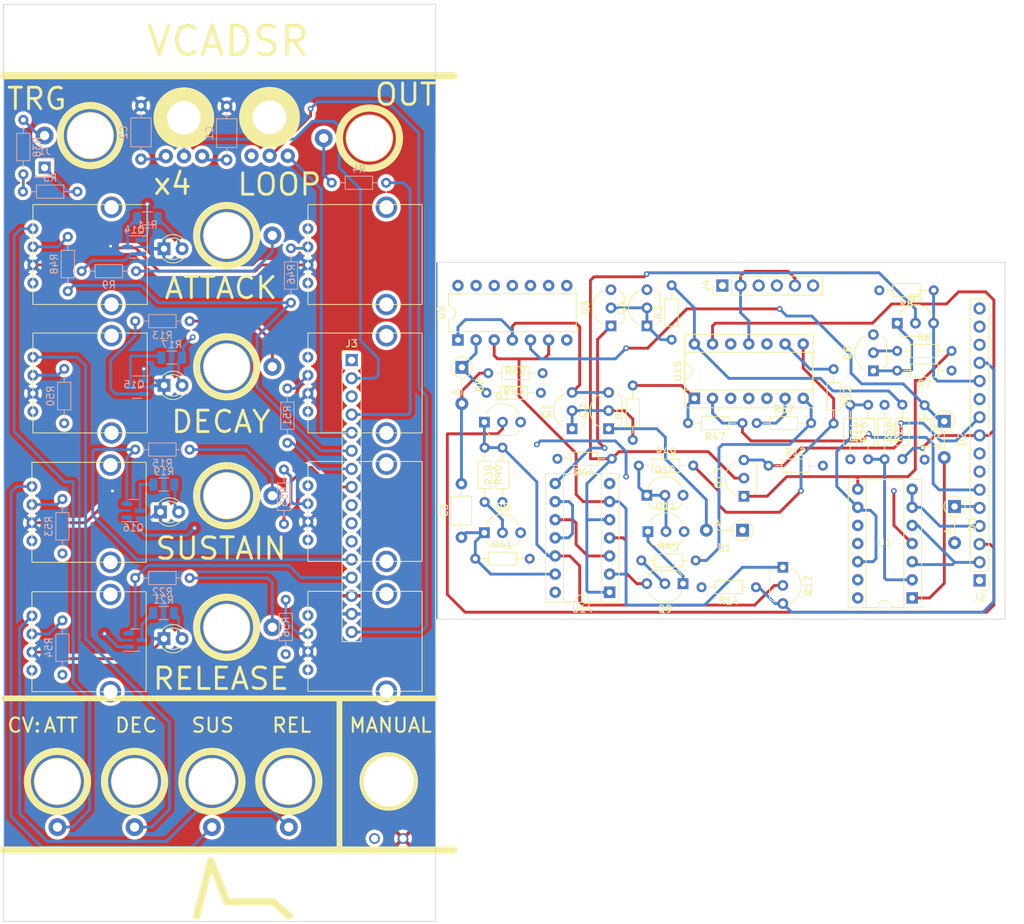
<source format=kicad_pcb>
(kicad_pcb (version 20221018) (generator pcbnew)
  (layers (0 "F.Cu" signal) (1 "In1.Cu" signal) (2 "In2.Cu" signal) (31 "B.Cu" signal) (34 "B.Paste" user) (35 "F.Paste" user) (36 "B.SilkS" user "B.Silkscreen") (37 "F.SilkS" user "F.Silkscreen") (38 "B.Mask" user) (39 "F.Mask" user) (44 "Edge.Cuts" user))
  (net 0 "")
  (net 1 "GND")
  (net 2 "Net-(C1-Pad2)")
  (net 3 "Net-(C2-Pad2)")
  (net 4 "Net-(Q8-C)")
  (net 5 "Net-(D8-A)")
  (net 6 "CAP")
  (net 7 "Net-(D1-A)")
  (net 8 "Net-(D2-K)")
  (net 9 "Net-(D2-A)")
  (net 10 "Net-(D3-A)")
  (net 11 "Net-(Q1-B)")
  (net 12 "Net-(Q14-E)")
  (net 13 "Net-(Q3-C)")
  (net 14 "Net-(Q3-B)")
  (net 15 "Net-(Q5-D)")
  (net 16 "DS_STATUS")
  (net 17 "Net-(D4-A)")
  (net 18 "Net-(Q6-B)")
  (net 19 "Net-(Q12-G)")
  (net 20 "IN")
  (net 21 "Net-(Q8-B)")
  (net 22 "+12V")
  (net 23 "Net-(Q11-C)")
  (net 24 "Net-(Q9-B)")
  (net 25 "Net-(Q9-E)")
  (net 26 "Net-(Q10-B)")
  (net 27 "NQ")
  (net 28 "Net-(Q15-E)")
  (net 29 "DECAY_STATUS")
  (net 30 "Net-(D5-A)")
  (net 31 "VA")
  (net 32 "VR")
  (net 33 "OUT")
  (net 34 "Net-(R4-Pad2)")
  (net 35 "Net-(R38-Pad2)")
  (net 36 "VS")
  (net 37 "Net-(R46-Pad1)")
  (net 38 "LOOP")
  (net 39 "Net-(R48-Pad1)")
  (net 40 "VD")
  (net 41 "Net-(R50-Pad1)")
  (net 42 "VGND1")
  (net 43 "Net-(R51-Pad1)")
  (net 44 "Net-(R53-Pad1)")
  (net 45 "VGND2")
  (net 46 "Net-(R54-Pad1)")
  (net 47 "VGND3")
  (net 48 "Net-(R55-Pad1)")
  (net 49 "Net-(R56-Pad1)")
  (net 50 "Net-(RV6-Pad1)")
  (net 51 "-12V")
  (net 52 "Net-(RV8-Pad1)")
  (net 53 "Net-(RV10-Pad1)")
  (net 54 "Net-(RV12-Pad1)")
  (net 55 "HI")
  (net 56 "Net-(Q16-E)")
  (net 57 "LO")
  (net 58 "Net-(D6-A)")
  (net 60 "Net-(Q17-E)")
  (net 61 "Net-(U14-Pad11)")
  (net 62 "Net-(D7-A)")
  (net 63 "APHS")
  (net 64 "SPHS")
  (net 65 "RPHS")
  (net 66 "DPHS")
  (net 67 "Net-(J1-Pin_1)")
  (net 69 "VGND4")
  (net 70 "Net-(R9-Pad2)")
  (net 71 "Net-(R13-Pad2)")
  (net 72 "Net-(R15-Pad2)")
  (net 73 "Net-(R22-Pad2)")
  (net 80 "S")
  (footprint "Resistor_THT:R_Axial_DIN0204_L3.6mm_D1.6mm_P7.62mm_Horizontal" (layer "F.Cu") (at 200.818724 105.29)
    (fp_text reference "R41")
    (fp_text value "R")
  )
  (footprint "MountingHole:MountingHole_3.2mm_M3" (layer "F.Cu") (at 142.24 30.48)
    (fp_text reference "REF**" hide)
    (fp_text value "MountingHole_3.2mm_M3" hide)
  )
  (footprint "Resistor_THT:R_Axial_DIN0204_L3.6mm_D1.6mm_P7.62mm_Horizontal" (layer "F.Cu") (at 240.23 86.29)
    (fp_text reference "R57")
    (fp_text value "R")
  )
  (footprint "Capacitor_THT:C_Axial_L3.8mm_D2.6mm_P7.50mm_Horizontal" (layer "F.Cu") (at 198.878724 102.29 90)
    (fp_text reference "C3")
    (fp_text value "C")
  )
  (footprint "Package_TO_SOT_THT:TO-92_Inline_Wide" (layer "F.Cu") (at 202.088724 101.65)
    (fp_text reference "Q8")
    (fp_text value "BC557")
  )
  (footprint "Package_TO_SOT_THT:TO-92_Inline_Wide" (layer "F.Cu") (at 214.378724 87.08 90)
    (fp_text reference "Q1")
    (fp_text value "BC557")
  )
  (footprint "Resistor_THT:R_Axial_DIN0204_L3.6mm_D1.6mm_P7.62mm_Horizontal" (layer "F.Cu") (at 219.938724 91.29 180)
    (fp_text reference "R44")
    (fp_text value "R")
  )
  (footprint "Resistor_THT:R_Axial_DIN0204_L3.6mm_D1.6mm_P7.62mm_Horizontal" (layer "F.Cu") (at 258.139143 83.736633 -90)
    (fp_text reference "R23")
    (fp_text value "R")
  )
  (footprint "Library:AlpsPot" (layer "F.Cu") (at 138.723276 113.30046 -90)
    (fp_text reference "RV12" hide)
    (fp_text value "R_Potentiometer" hide)
  )
  (footprint "Resistor_THT:R_Axial_DIN0204_L3.6mm_D1.6mm_P7.62mm_Horizontal" (layer "F.Cu") (at 202.628724 79.29)
    (fp_text reference "R42")
    (fp_text value "R")
  )
  (footprint "Library:Push_Flush" (layer "F.Cu") (at 188.7 136.5 90)
    (fp_text reference "SW1" hide)
    (fp_text value "SW_Push")
  )
  (footprint "Resistor_THT:R_Axial_DIN0204_L3.6mm_D1.6mm_P7.62mm_Horizontal" (layer "F.Cu") (at 260.628724 91.32954 90)
    (fp_text reference "R58")
    (fp_text value "R")
  )
  (footprint "MountingHole:MountingHole_3.2mm_M3" (layer "F.Cu") (at 187.96 30.48)
    (fp_text reference "REF**" hide)
    (fp_text value "MountingHole_3.2mm_M3" hide)
  )
  (footprint "LED_THT:LED_D3.0mm" (layer "F.Cu") (at 157.225 81)
    (fp_text reference "D5" hide)
    (fp_text value "LED")
  )
  (footprint "Package_TO_SOT_THT:TO-92_Inline_Wide" (layer "F.Cu") (at 219.818724 72.67954 90)
    (fp_text reference "Q3")
    (fp_text value "BC547")
  )
  (footprint "Package_TO_SOT_THT:TO-92_Inline_Wide" (layer "F.Cu") (at 224.988724 101.49)
    (fp_text reference "Q11")
    (fp_text value "BC547")
  )
  (footprint "Package_TO_SOT_THT:TO-92_Inline_Wide" (layer "F.Cu") (at 256.57 78.97 90)
    (fp_text reference "Q6")
    (fp_text value "BC547")
  )
  (footprint "Library:aux_flush" (layer "F.Cu") (at 166 78.4 180)
    (fp_text reference "U4" hide)
    (fp_text value "Aux_flush")
  )
  (footprint "Diode_THT:D_A-405_P5.08mm_Vertical_AnodeUp" (layer "F.Cu") (at 198.938724 78.475 -90)
    (fp_text reference "D8")
    (fp_text value "D")
  )
  (footprint "Package_DIP:DIP-14_W7.62mm_Socket" (layer "F.Cu") (at 262 110.79 180)
    (fp_text reference "U1")
    (fp_text value "TL074")
  )
  (footprint "MountingHole:MountingHole_3.2mm_M3" (layer "F.Cu") (at 142.28 153)
    (fp_text reference "REF**" hide)
    (fp_text value "MountingHole_3.2mm_M3" hide)
  )
  (footprint "Library:aux_flush" (layer "F.Cu") (at 166 114.9 180)
    (fp_text reference "U7" hide)
    (fp_text value "Aux_flush")
  )
  (footprint "Resistor_THT:R_Axial_DIN0204_L3.6mm_D1.6mm_P7.62mm_Horizontal" (layer "F.Cu") (at 251 78.73 -90)
    (fp_text reference "R52")
    (fp_text value "R")
  )
  (footprint "Resistor_THT:R_Axial_DIN0204_L3.6mm_D1.6mm_P7.62mm_Horizontal" (layer "F.Cu") (at 267.52 78.93 180)
    (fp_text reference "R7")
    (fp_text value "R")
  )
  (footprint "Library:AlpsPot" (layer "F.Cu") (at 138.872276 77.05046 -90)
    (fp_text reference "RV8" hide)
    (fp_text value "R_Potentiometer" hide)
  )
  (footprint "Library:aux_flush" (layer "F.Cu") (at 163.933334 136.5 90)
    (fp_text reference "U19" hide)
    (fp_text value "Aux_flush" hide)
  )
  (footprint "Package_TO_SOT_THT:TO-92_Inline_Wide" (layer "F.Cu") (at 224.838724 96.4)
    (fp_text reference "Q10")
    (fp_text value "BC547")
  )
  (footprint "Resistor_THT:R_Axial_DIN0204_L3.6mm_D1.6mm_P7.62mm_Horizontal" (layer "F.Cu") (at 202.378724 82.04)
    (fp_text reference "R43")
    (fp_text value "R")
  )
  (footprint "Library:aux_flush" (layer "F.Cu") (at 185.990926 46.36046)
    (fp_text reference "U2" hide)
    (fp_text value "Aux_flush")
  )
  (footprint "Library:AlpsPot" (layer "F.Cu") (at 138.723276 95.17046 -90)
    (fp_text reference "RV10" hide)
    (fp_text value "R_Potentiometer" hide)
  )
  (footprint "Resistor_THT:R_Axial_DIN0204_L3.6mm_D1.6mm_P7.62mm_Horizontal" (layer "F.Cu") (at 224.068724 105.54)
    (fp_text reference "R45")
    (fp_text value "R")
  )
  (footprint "Resistor_THT:R_Axial_DIN0204_L3.6mm_D1.6mm_P7.62mm_Horizontal" (layer "F.Cu") (at 204.628724 97.35 90)
    (fp_text reference "R39")
    (fp_text value "R")
  )
  (footprint "LED_THT:LED_D3.0mm" (layer "F.Cu") (at 157.225 116.5)
    (fp_text reference "D7" hide)
    (fp_text value "LED")
  )
  (footprint "Library:AlpsPot" (layer "F.Cu") (at 138.872276 59.05046 -90)
    (fp_text reference "RV6" hide)
    (fp_text value "R_Potentiometer" hide)
  )
  (footprint "Resistor_THT:R_Axial_DIN0204_L3.6mm_D1.6mm_P7.62mm_Horizontal" (layer "F.Cu") (at 222.878724 88.64 90)
    (fp_text reference "R1")
    (fp_text value "R")
  )
  (footprint "Package_TO_SOT_THT:TO-92_Inline_Wide" (layer "F.Cu") (at 243.89 106.5 -90)
    (fp_text reference "Q12")
    (fp_text value "NMOS")
  )
  (footprint "Library:SPDT Mini" (layer "F.Cu") (at 172 43.434375)
    (fp_text reference "U8" hide)
    (fp_text value "Switch")
  )
  (footprint "Resistor_THT:R_Axial_DIN0204_L3.6mm_D1.6mm_P7.62mm_Horizontal" (layer "F.Cu") (at 202.128724 89.73 -90)
    (fp_text reference "R40")
    (fp_text value "R")
  )
  (footprint "Package_TO_SOT_THT:TO-92_Inline_Wide" (layer "F.Cu") (at 229.918724 108.79 180)
    (fp_text reference "Q9")
    (fp_text value "BC557")
  )
  (footprint "Diode_THT:D_A-405_P5.08mm_Vertical_AnodeUp" (layer "F.Cu") (at 267.938724 97.975 -90)
    (fp_text reference "D3")
    (fp_text value "D")
  )
  (footprint "Connector_PinHeader_2.54mm:PinHeader_1x06_P2.54mm_Vertical" (layer "F.Cu") (at 235.428724 67.01954 90)
    (fp_text reference "J4")
    (fp_text value "Conn_01x06_Pin")
  )
  (footprint "Library:aux_flush" (layer "F.Cu") (at 174.700002 136.5 90)
    (fp_text reference "U20" hide)
    (fp_text value "Aux_flush" hide)
  )
  (footprint "Package_TO_SOT_THT:TO-92_Inline_Wide" (layer "F.Cu") (at 238.438724 96.54 90)
    (fp_text reference "Q13")
    (fp_text value "NMOS")
  )
  (footprint "LED_THT:LED_D3.0mm" (layer "F.Cu") (at 156.725 98.75)
    (fp_text reference "D6" hide)
    (fp_text value "LED")
  )
  (footprint "Library:aux_flush" (layer "F.Cu") (at 153.1 136.5 90)
    (fp_text reference "U17" hide)
    (fp_text value "Aux_flush" hide)
  )
  (footprint "Diode_THT:D_A-405_P5.08mm_Vertical_AnodeUp" (layer "F.Cu") (at 266.5 86.035 -90)
    (fp_text reference "D2")
    (fp_text value "D")
  )
  (footprint "Package_TO_SOT_THT:TO-92_Inline_Wide" (layer "F.Cu") (at 259.92 72.29)
    (fp_text reference "Q5")
    (fp_text value "NMOS")
  )
  (footprint "Connector_PinHeader_2.54mm:PinHeader_1x16_P2.54mm_Vertical" (layer "F.Cu") (at 271.438724 108.33 180)
    (fp_text reference "J2")
    (fp_text value "Conn_01x16_Pin")
  )
  (footprint "Library:AlpsPot" (layer "F.Cu") (at 177.372276 59.05046 -90)
    (fp_text reference "RV7" hide)
    (fp_text value "R_Potentiometer" hide)
  )
  (footprint "Resistor_THT:R_Axial_DIN0204_L3.6mm_D1.6mm_P7.62mm_Horizontal" (layer "F.Cu") (at 265.02 67.68 180)
    (fp_text reference "R8")
    (fp_text value "R")
  )
  (footprint "Library:aux_flush" (layer "F.Cu") (at 142.3 136.5 90)
    (fp_text reference "U16" hide)
    (fp_text value "Aux_flush" hide)
  )
  (footprint "Connector_PinHeader_2.54mm:PinHeader_1x16_P2.54mm_Vertical" (layer "F.Cu") (at 183.5 77.47)
    (fp_text reference "J3")
    (fp_text value "Conn_01x16_Pin")
  )
  (footprint "Library:SPDT Mini" (layer "F.Cu") (at 160 43.5)
    (fp_text reference "U6" hide)
    (fp_text value "Switch")
  )
  (footprint "Diode_THT:D_A-405_P5.08mm_Vertical_AnodeUp" (layer "F.Cu") (at 238.253724 101.29 180)
    (fp_text reference "D1")
    (fp_text value "D")
  )
  (footprint "Resistor_THT:R_Axial_DIN0204_L3.6mm_D1.6mm_P7.62mm_Horizontal" (layer "F.Cu") (at 223.718724 92.24)
    (fp_text reference "R49")
    (fp_text value "R")
  )
  (footprint "Library:AlpsPot" (layer "F.Cu") (at 177.372276 113.24046 -90)
    (fp_text reference "RV13" hide)
    (fp_text value "R_Potentiometer" hide)
  )
  (footprint "Package_DIP:DIP-14_W7.62mm_Socket" (layer "F.Cu") (at 231.503724 82.81954 90)
    (fp_text reference "U15")
    (fp_text value "TL074")
  )
  (footprint "Package_TO_SOT_THT:TO-92_Inline_Wide" (layer "F.Cu") (at 202.088724 86.15)
    (fp_text reference "Q7")
    (fp_text value "BC547")
  )
  (footprint "Resistor_THT:R_Axial_DIN0204_L3.6mm_D1.6mm_P7.62mm_Horizontal" (layer "F.Cu") (at 240.13 109.29 180)
    (fp_text reference "R14")
    (fp_text value "R")
  )
  (footprint "Resistor_THT:R_Axial_DIN0204_L3.6mm_D1.6mm_P7.62mm_Horizontal" (layer "F.Cu") (at 255.839143 91.356633 90)
    (fp_text reference "R24")
    (fp_text value "R")
  )
  (footprint "Library:aux_flush" (layer "F.Cu") (at 166 96.46965 180)
    (fp_text reference "U5" hide)
    (fp_text value "Aux_flush")
  )
  (footprint "Resistor_THT:R_Axial_DIN0204_L3.6mm_D1.6mm_P7.62mm_Horizontal" (layer "F.Cu") (at 228.318724 74.6 90)
    (fp_text reference "R3")
    (fp_text value "R")
  )
  (footprint "Package_TO_SOT_THT:TO-92_Inline_Wide" (layer "F.Cu") (at 224.858724 72.67954 90)
    (fp_text reference "Q4")
    (fp_text value "BC547")
  )
  (footprint "LED_THT:LED_D3.0mm" (layer "F.Cu") (at 157.225 61.86046)
    (fp_text reference "D4" hide)
    (fp_text value "LED")
  )
  (footprint "Library:AlpsPot" (layer "F.Cu") (at 177.372276 77.05046 -90)
    (fp_text reference "RV9" hide)
    (fp_text value "R_Potentiometer" hide)
  )
  (footprint "Resistor_THT:R_Axial_DIN0204_L3.6mm_D1.6mm_P7.62mm_Horizontal" (layer "F.Cu") (at 259.9 76.18)
    (fp_text reference "R6")
    (fp_text value "R")
  )
  (footprint "Package_DIP:DIP-14_W7.62mm" (layer "F.Cu") (at 198.388724 74.63954 90)
    (fp_text reference "U9")
    (fp_text value "4001")
  )
  (footprint "Package_TO_SOT_THT:TO-92_Inline_Wide" (layer "F.Cu") (at 219.488724 87.08 90)
    (fp_text reference "Q2")
    (fp_text value "BC557")
  )
  (footprint "MountingHole:MountingHole_3.2mm_M3" (layer "F.Cu") (at 188 153)
    (fp_text reference "REF**" hide)
    (fp_text value "MountingHole_3.2mm_M3" hide)
  )
  (footprint "Resistor_THT:R_Axial_DIN0204_L3.6mm_D1.6mm_P7.62mm_Horizontal" (layer "F.Cu") (at 253.339143 83.736633 -90)
    (fp_text reference "R25")
    (fp_text value "R")
  )
  (footprint "Resistor_THT:R_Axial_DIN0204_L3.6mm_D1.6mm_P7.62mm_Horizontal" (layer "F.Cu") (at 241.878724 92.25)
    (fp_text reference "R12")
    (fp_text value "R")
  )
  (footprint "Resistor_THT:R_Axial_DIN0204_L3.6mm_D1.6mm_P7.62mm_Horizontal" (layer "F.Cu") (at 263.75 83.79 -90)
    (fp_text reference "R2")
    (fp_text value "R")
  )
  (footprint "Library:AlpsPot" (layer "F.Cu") (at 177.372276 95.05046 -90)
    (fp_text reference "RV11" hide)
    (fp_text value "R_Potentiometer" hide)
  )
  (footprint "Resistor_THT:R_Axial_DIN0204_L3.6mm_D1.6mm_P7.62mm_Horizontal" (layer "F.Cu") (at 238.228724 86.29 180)
    (fp_text reference "R47")
    (fp_text value "R")
  )
  (footprint "Package_DIP:DIP-14_W7.62mm_Socket" (layer "F.Cu") (at 219.628724 109.99 180)
    (fp_text reference "U14")
    (fp_text value "4066")
  )
  (footprint "Library:aux_flush" (layer "F.Cu") (at 166 60 180)
    (fp_text reference "U3" hide)
    (fp_text value "Aux_flush")
  )
  (footprint "Library:aux_flush" (layer "F.Cu") (at 146.9 46)
    (fp_text reference "U13" hide)
    (fp_text value "Aux_flush")
  )
  (footprint "Package_TO_SOT_SMD:SOT-23" (layer "B.Cu") (at 152.9375 98.55)
    (fp_text reference "Q16")
    (fp_text value "BC547")
  )
  (footprint "Resistor_THT:R_Axial_DIN0204_L3.6mm_D1.6mm_P7.62mm_Horizontal" (layer "B.Cu") (at 174.5 81.44 -90)
    (fp_text reference "R51")
    (fp_text value "R")
  )
  (footprint "Capacitor_THT:C_Axial_L3.8mm_D2.6mm_P7.50mm_Horizontal" (layer "B.Cu") (at 166 41.911564 -90)
    (fp_text reference "C1")
    (fp_text value "C")
  )
  (footprint "Package_TO_SOT_SMD:SOT-23" (layer "B.Cu") (at 153.0625 61.61046 180)
    (fp_text reference "Q14")
    (fp_text value "BC547")
  )
  (footprint "Resistor_THT:R_Axial_DIN0204_L3.6mm_D1.6mm_P7.62mm_Horizontal" (layer "B.Cu") (at 137.521276 51.42046 90)
    (fp_text reference "R38")
    (fp_text value "R")
  )
  (footprint "Resistor_THT:R_Axial_DIN0204_L3.6mm_D1.6mm_P7.62mm_Horizontal" (layer "B.Cu") (at 145.081276 53.86046 180)
    (fp_text reference "R5")
    (fp_text value "R")
  )
  (footprint "Resistor_THT:R_Axial_DIN0204_L3.6mm_D1.6mm_P7.62mm_Horizontal" (layer "B.Cu") (at 143 96.94 -90)
    (fp_text reference "R53")
    (fp_text value "R")
  )
  (footprint "Resistor_SMD:R_1206_3216Metric" (layer "B.Cu") (at 157.1625 112.9 180)
    (fp_text reference "R21")
    (fp_text value "R")
  )
  (footprint "Resistor_SMD:R_1206_3216Metric" (layer "B.Cu") (at 157.2 94.9 180)
    (fp_text reference "R19")
    (fp_text value "R")
  )
  (footprint "Connector_PinHeader_2.54mm:PinHeader_1x01_P2.54mm_Vertical" (layer "B.Cu") (at 140.5 50.5 180)
    (fp_text reference "J1")
    (fp_text value "Conn_01x01_Pin")
  )
  (footprint "Resistor_THT:R_Axial_DIN0204_L3.6mm_D1.6mm_P7.62mm_Horizontal" (layer "B.Cu") (at 145.69 65)
    (fp_text reference "R9")
    (fp_text value "R")
  )
  (footprint "Resistor_THT:R_Axial_DIN0204_L3.6mm_D1.6mm_P7.62mm_Horizontal" (layer "B.Cu") (at 153.19 72)
    (fp_text reference "R13")
    (fp_text value "R")
  )
  (footprint "Resistor_THT:R_Axial_DIN0204_L3.6mm_D1.6mm_P7.62mm_Horizontal" (layer "B.Cu") (at 153.19 90)
    (fp_text reference "R15")
    (fp_text value "R")
  )
  (footprint "Capacitor_THT:C_Axial_L3.8mm_D2.6mm_P7.50mm_Horizontal" (layer "B.Cu") (at 154 41.801104 -90)
    (fp_text reference "C2")
    (fp_text value "C")
  )
  (footprint "Resistor_SMD:R_1206_3216Metric" (layer "B.Cu") (at 158.3 77.1 180)
    (fp_text reference "R17")
    (fp_text value "R")
  )
  (footprint "Resistor_THT:R_Axial_DIN0204_L3.6mm_D1.6mm_P7.62mm_Horizontal" (layer "B.Cu") (at 143.75 60.19 -90)
    (fp_text reference "R48")
    (fp_text value "R")
  )
  (footprint "Resistor_THT:R_Axial_DIN0204_L3.6mm_D1.6mm_P7.62mm_Horizontal" (layer "B.Cu") (at 153.19 108)
    (fp_text reference "R22")
    (fp_text value "R")
  )
  (footprint "Resistor_THT:R_Axial_DIN0204_L3.6mm_D1.6mm_P7.62mm_Horizontal" (layer "B.Cu") (at 143.25 78.69 -90)
    (fp_text reference "R50")
    (fp_text value "R")
  )
  (footprint "Resistor_SMD:R_1206_3216Metric" (layer "B.Cu") (at 154.9 57.6 180)
    (fp_text reference "R11")
    (fp_text value "R")
  )
  (footprint "Resistor_THT:R_Axial_DIN0204_L3.6mm_D1.6mm_P7.62mm_Horizontal" (layer "B.Cu") (at 143 113.94 -90)
    (fp_text reference "R54")
    (fp_text value "R")
  )
  (footprint "Resistor_THT:R_Axial_DIN0204_L3.6mm_D1.6mm_P7.62mm_Horizontal" (layer "B.Cu") (at 175 61.80046 -90)
    (fp_text reference "R46")
    (fp_text value "R")
  )
  (footprint "Resistor_THT:R_Axial_DIN0204_L3.6mm_D1.6mm_P7.62mm_Horizontal" (layer "B.Cu") (at 174.021276 92.80046 -90)
    (fp_text reference "R55")
    (fp_text value "R")
  )
  (footprint "Package_TO_SOT_SMD:SOT-23" (layer "B.Cu") (at 153.1875 116.7)
    (fp_text reference "Q17" hide)
    (fp_text value "BC547")
  )
  (footprint "Resistor_THT:R_Axial_DIN0204_L3.6mm_D1.6mm_P7.62mm_Horizontal" (layer "B.Cu") (at 188.331276 52.61046 180)
    (fp_text reference "R4")
    (fp_text value "R")
  )
  (footprint "Package_TO_SOT_SMD:SOT-23" (layer "B.Cu") (at 153.4625 81.25 180)
    (fp_text reference "Q15")
    (fp_text value "BC547")
  )
  (footprint "Resistor_THT:R_Axial_DIN0204_L3.6mm_D1.6mm_P7.62mm_Horizontal" (layer "B.Cu") (at 174.271276 111.05046 -90)
    (fp_text reference "R56")
    (fp_text value "R")
  )
  (gr_line (start 134.771276 124.86046) (end 195.2 124.86046) (stroke (width 0.8)) (layer "F.SilkS"))
  (gr_line (start 195.25 63.75) (end 195.25 113.75) (stroke (width 0.15)) (layer "F.SilkS"))
  (gr_line (start 197.771276 146.11046) (end 134.771276 146.11046) (stroke (width 1)) (layer "F.SilkS"))
  (gr_line (start 134.771276 27.61046) (end 134.771276 37.61046) (stroke (width 0.15)) (layer "F.SilkS"))
  (gr_line (start 161.771276 155.36046) (end 163.771276 147.61046) (stroke (width 1)) (layer "F.SilkS"))
  (gr_line (start 172.521276 153.36046) (end 166.021276 153.36046) (stroke (width 1)) (layer "F.SilkS"))
  (gr_line (start 174.771276 155.36046) (end 172.521276 153.36046) (stroke (width 1)) (layer "F.SilkS"))
  (gr_line (start 166.021276 153.36046) (end 163.771276 147.61046) (stroke (width 1)) (layer "F.SilkS"))
  (gr_line (start 181.8 125) (end 181.8 146.05) (stroke (width 0.8)) (layer "F.SilkS"))
  (gr_line (start 134.771276 37.61046) (end 197.771276 37.61046) (stroke (width 1)) (layer "F.SilkS"))
  (gr_line (start 134.771276 156.11046) (end 134.771276 27.61046) (stroke (width 0.1)) (layer "Edge.Cuts"))
  (gr_line (start 275 63.75) (end 275 113.75) (stroke (width 0.1)) (layer "Edge.Cuts"))
  (gr_line (start 195.271276 156.11046) (end 134.771276 156.11046) (stroke (width 0.1)) (layer "Edge.Cuts"))
  (gr_line (start 134.771276 27.61046) (end 195.271276 27.61046) (stroke (width 0.1)) (layer "Edge.Cuts"))
  (gr_line (start 275 113.75) (end 195.25 113.75) (stroke (width 0.1)) (layer "Edge.Cuts"))
  (gr_line (start 195.25 113.75) (end 195.271276 156.11046) (stroke (width 0.1)) (layer "Edge.Cuts"))
  (gr_line (start 195.25 63.75) (end 275 63.75) (stroke (width 0.1)) (layer "Edge.Cuts"))
  (gr_line (start 195.271276 27.61046) (end 195.25 63.75) (stroke (width 0.1)) (layer "Edge.Cuts"))
  (gr_text "x4" (at 155.5 54.5) (layer "F.SilkS") (effects (font (size 3 3) (thickness 0.4)) (justify left bottom)))
  (gr_text "DEC" (at 150.2 129.8) (layer "F.SilkS") (effects (font (size 2 2) (thickness 0.3)) (justify left bottom)))
  (gr_text "RELEASE\n" (at 155.437143 123.86046) (layer "F.SilkS") (effects (font (size 3 3) (thickness 0.4)) (justify left bottom)))
  (gr_text "MANUAL" (at 183 129.8) (layer "F.SilkS") (effects (font (size 2 2) (thickness 0.3)) (justify left bottom)))
  (gr_text "VCADSR" (at 154.5 35.11046) (layer "F.SilkS") (effects (font (size 4 4) (thickness 0.5)) (justify left bottom)))
  (gr_text "ATT" (at 140.2 129.8) (layer "F.SilkS") (effects (font (size 2 2) (thickness 0.3)) (justify left bottom)))
  (gr_text "SUSTAIN\n" (at 155.794286 105.61046) (layer "F.SilkS") (effects (font (size 3 3) (thickness 0.4)) (justify left bottom)))
  (gr_text "TRG" (at 135 42.61046) (layer "F.SilkS") (effects (font (size 3 3) (thickness 0.4)) (justify left bottom)))
  (gr_text "OUT" (at 186.521276 42.01046) (layer "F.SilkS") (effects (font (size 3 3) (thickness 0.4)) (justify left bottom)))
  (gr_text "SUS\n" (at 160.9 129.8) (layer "F.SilkS") (effects (font (size 2 2) (thickness 0.3)) (justify left bottom)))
  (gr_text "REL\n" (at 172.2 129.8) (layer "F.SilkS") (effects (font (size 2 2) (thickness 0.3)) (justify left bottom)))
  (gr_text "DECAY" (at 158.008571 87.86046) (layer "F.SilkS") (effects (font (size 3 3) (thickness 0.4)) (justify left bottom)))
  (gr_text "ATTACK\n" (at 157.08 69.11046) (layer "F.SilkS") (effects (font (size 3 3) (thickness 0.4)) (justify left bottom)))
  (gr_text "LOOP" (at 167.271276 54.61046) (layer "F.SilkS") (effects (font (size 3 3) (thickness 0.4)) (justify left bottom)))
  (gr_text "CV:\n" (at 135.1 129.8) (layer "F.SilkS") (effects (font (size 2 2) (thickness 0.3)) (justify left bottom)))
  (segment (start 149.75 61.5) (end 146 61.5) (width 0.4) (layer "F.Cu") (net 1))
  (segment (start 153.25 61.75) (end 150 61.75) (width 0.4) (layer "F.Cu") (net 1))
  (segment (start 143.36954 64.13046) (end 144.375 63.125) (width 0.4) (layer "F.Cu") (net 1))
  (segment (start 146 61.5) (end 144.375 63.125) (width 0.4) (layer "F.Cu") (net 1))
  (segment (start 138.723276 118.38046) (end 141.78046 118.38046) (width 0.4) (layer "F.Cu") (net 1))
  (segment (start 142.7 119.3) (end 154.425 119.3) (width 0.4) (layer "F.Cu") (net 1))
  (segment (start 177.372276 64.13046) (end 170.86954 64.13046) (width 0.4) (layer "F.Cu") (net 1))
  (segment (start 150 95.8) (end 150 96.5) (width 0.4) (layer "F.Cu") (net 1))
  (segment (start 154.425 119.3) (end 157.225 116.5) (width 0.4) (layer "F.Cu") (net 1))
  (segment (start 138.872276 64.13046) (end 143.36954 64.13046) (width 0.4) (layer "F.Cu") (net 1))
  (segment (start 156.5 65) (end 153.25 61.75) (width 0.4) (layer "F.Cu") (net 1))
  (segment (start 146.24954 100.25046) (end 138.723276 100.25046) (width 0.4) (layer "F.Cu") (net 1))
  (segment (start 150 96.5) (end 146.24954 100.25046) (width 0.4) (layer "F.Cu") (net 1))
  (segment (start 170.86954 64.13046) (end 170 65) (width 0.4) (layer "F.Cu") (net 1))
  (segment (start 141.78046 118.38046) (end 142.7 119.3) (width 0.4) (layer "F.Cu") (net 1))
  (segment (start 170 65) (end 156.5 65) (width 0.4) (layer "F.Cu") (net 1))
  (segment (start 150 61.75) (end 149.75 61.5) (width 0.4) (layer "F.Cu") (net 1))
  (via (at 150 95.8) (size 0.8) (drill 0.4) (layers "F.Cu" "B.Cu") (net 1))
  (via (at 149.75 61.5) (size 0.8) (drill 0.4) (layers "F.Cu" "B.Cu") (net 1))
  (segment (start 156.025 80.3) (end 156.725 81) (width 0.4) (layer "B.Cu") (net 1))
  (segment (start 155.475 99.5) (end 156.225 98.75) (width 0.4) (layer "B.Cu") (net 1))
  (segment (start 149.86046 61.61046) (end 149.75 61.5) (width 0.4) (layer "B.Cu") (net 1))
  (segment (start 163.08219 49.411564) (end 162.560516 48.88989) (width 0.4) (layer "B.Cu") (net 2))
  (segment (start 166 49.411564) (end 163.08219 49.411564) (width 0.4) (layer "B.Cu") (net 2))
  (segment (start 154 49.301104) (end 157.069302 49.301104) (width 0.4) (layer "B.Cu") (net 3))
  (segment (start 157.069302 49.301104) (end 157.480516 48.88989) (width 0.4) (layer "B.Cu") (net 3))
  (segment (start 212.008724 107.45) (end 202.978724 107.45) (width 0.4) (layer "B.Cu") (net 4))
  (segment (start 200.818724 102.92) (end 202.088724 101.65) (width 0.4) (layer "B.Cu") (net 4))
  (segment (start 199.518724 101.65) (end 198.878724 102.29) (width 0.4) (layer "B.Cu") (net 4))
  (segment (start 200.818724 105.29) (end 200.818724 102.92) (width 0.4) (layer "B.Cu") (net 4))
  (segment (start 202.978724 107.45) (end 200.818724 105.29) (width 0.4) (layer "B.Cu") (net 4))
  (segment (start 202.088724 101.65) (end 199.518724 101.65) (width 0.4) (layer "B.Cu") (net 4))
  (segment (start 202.628724 79.29) (end 201.438724 79.29) (width 0.4) (layer "F.Cu") (net 5))
  (segment (start 198.938724 81.79) (end 198.938724 83.555) (width 0.4) (layer "F.Cu") (net 5))
  (segment (start 201.438724 79.29) (end 198.938724 81.79) (width 0.4) (layer "F.Cu") (net 5))
  (segment (start 198.878724 83.615) (end 198.938724 83.555) (width 0.4) (layer "B.Cu") (net 5))
  (segment (start 198.878724 94.79) (end 198.878724 83.615) (width 0.4) (layer "B.Cu") (net 5))
  (segment (start 212.008724 99.83) (end 214.478724 99.83) (width 0.4) (layer "F.Cu") (net 6))
  (segment (start 214.478724 99.83) (end 214.938724 100.29) (width 0.4) (layer "F.Cu") (net 6))
  (segment (start 214.938724 103.29) (end 216.558724 104.91) (width 0.4) (layer "F.Cu") (net 6))
  (segment (start 261.59 106.12) (end 262 105.71) (width 0.4) (layer "F.Cu") (net 6))
  (segment (start 214.938724 100.29) (end 214.938724 103.29) (width 0.4) (layer "F.Cu") (net 6))
  (segment (start 216.558724 104.91) (end 219.628724 104.91) (width 0.4) (layer "F.Cu") (net 6))
  (segment (start 187.25 79.5) (end 186.74 80.01) (width 0.4) (layer "B.Cu") (net 6))
  (segment (start 262 100.63) (end 262.778724 100.63) (width 0.4) (layer "B.Cu") (net 6))
  (segment (start 175.5 46.5) (end 178 44) (width 0.4) (layer "B.Cu") (net 6))
  (segment (start 181 44) (end 181.75 44.75) (width 0.4) (layer "B.Cu") (net 6))
  (segment (start 262.778724 100.63) (end 267.958724 105.81) (width 0.4) (layer "B.Cu") (net 6))
  (segment (start 267.648724 106.12) (end 267.958724 105.81) (width 0.4) (layer "B.Cu") (net 6))
  (segment (start 184.75 53.5) (end 184.75 74.75) (width 0.4) (layer "B.Cu") (net 6))
  (segment (start 186.74 80.01) (end 183.5 80.01) (width 0.4) (layer "B.Cu") (net 6))
  (segment (start 178 44) (end 181 44) (width 0.4) (layer "B.Cu") (net 6))
  (segment (start 160.020516 48.88989) (end 160.020516 46.770516) (width 0.4) (layer "B.Cu") (net 6))
  (segment (start 160.020516 46.770516) (end 160.291032 46.5) (width 0.4) (layer "B.Cu") (net 6))
  (segment (start 181.75 44.75) (end 181.75 50.5) (width 0.4) (layer "B.Cu") (net 6))
  (segment (start 262 105.71) (end 262.41 106.12) (width 0.4) (layer "B.Cu") (net 6))
  (segment (start 187.25 77.25) (end 187.25 79.5) (width 0.4) (layer "B.Cu") (net 6))
  (segment (start 262.41 106.12) (end 267.648724 106.12) (width 0.4) (layer "B.Cu") (net 6))
  (segment (start 267.958724 105.81) (end 271.5 105.81) (width 0.4) (layer "B.Cu") (net 6))
  (segment (start 181.75 50.5) (end 184.75 53.5) (width 0.4) (layer "B.Cu") (net 6))
  (segment (start 184.75 74.75) (end 187.25 77.25) (width 0.4) (layer "B.Cu") (net 6))
  (segment (start 160.291032 46.5) (end 175.5 46.5) (width 0.4) (layer "B.Cu") (net 6))
  (segment (start 219.488724 87.08) (end 226.228724 87.08) (width 0.4) (layer "B.Cu") (net 7))
  (segment (start 227.438724 91.29) (end 227.438724 88.29) (width 0.4) (layer "B.Cu") (net 7))
  (segment (start 233.173724 101.29) (end 233.173724 97.025) (width 0.4) (layer "B.Cu") (net 7))
  (segment (start 233.173724 97.025) (end 227.438724 91.29) (width 0.4) (layer "B.Cu") (net 7))
  (segment (start 226.228724 87.08) (end 227.438724 88.29) (width 0.4) (layer "B.Cu") (net 7))
  (segment (start 224.938724 75.79) (end 221.938724 75.79) (width 0.4) (layer "F.Cu") (net 8))
  (segment (start 243.438724 70.29) (end 230.438724 70.29) (width 0.4) (layer "F.Cu") (net 8))
  (segment (start 230.438724 70.29) (end 226.438724 74.29) (width 0.4) (layer "F.Cu") (net 8))
  (segment (start 226.438724 74.29) (end 224.938724 75.79) (width 0.4) (layer "F.Cu") (net 8))
  (via (at 243.438724 70.29) (size 0.8) (drill 0.4) (layers "F.Cu" "B.Cu") (net 8))
  (via (at 221.938724 75.79) (size 0.8) (drill 0.4) (layers "F.Cu" "B.Cu") (net 8))
  (segment (start 266.5 86.035) (end 265.995 86.035) (width 0.4) (layer "B.Cu") (net 8))
  (segment (start 220.438724 77.29) (end 221.938724 75.79) (width 0.4) (layer "B.Cu") (net 8))
  (segment (start 263.75 83.79) (end 260.75 80.79) (width 0.4) (layer "B.Cu") (net 8))
  (segment (start 265.995 86.035) (end 263.75 83.79) (width 0.4) (layer "B.Cu") (net 8))
  (segment (start 254.938724 80.79) (end 253.438724 79.29) (width 0.4) (layer "B.Cu") (net 8))
  (segment (start 209.938724 77.29) (end 220.438724 77.29) (width 0.4) (layer "B.Cu") (net 8))
  (segment (start 208.548724 75.9) (end 209.938724 77.29) (width 0.4) (layer "B.Cu") (net 8))
  (segment (start 247.938724 71.29) (end 244.438724 71.29) (width 0.4) (layer "B.Cu") (net 8))
  (segment (start 244.438724 71.29) (end 243.438724 70.29) (width 0.4) (layer "B.Cu") (net 8))
  (segment (start 253.438724 76.79) (end 247.938724 71.29) (width 0.4) (layer "B.Cu") (net 8))
  (segment (start 260.75 80.79) (end 254.938724 80.79) (width 0.4) (layer "B.Cu") (net 8))
  (segment (start 253.438724 79.29) (end 253.438724 76.79) (width 0.4) (layer "B.Cu") (net 8))
  (segment (start 208.548724 74.63954) (end 208.548724 75.9) (width 0.4) (layer "B.Cu") (net 8))
  (segment (start 262 110.79) (end 264.438724 110.79) (width 0.4) (layer "F.Cu") (net 9))
  (segment (start 266.5 108.728724) (end 266.5 91.115) (width 0.4) (layer "F.Cu") (net 9))
  (segment (start 264.438724 110.79) (end 266.5 108.728724) (width 0.4) (layer "F.Cu") (net 9))
  (segment (start 254.33 110.84) (end 254.38 110.79) (width 0.4) (layer "B.Cu") (net 10))
  (segment (start 221.688724 84.54) (end 219.488724 84.54) (width 0.4) (layer "F.Cu") (net 11))
  (segment (start 222.878724 85.73) (end 221.688724 84.54) (width 0.4) (layer "F.Cu") (net 11))
  (segment (start 222.878724 88.64) (end 222.878724 85.73) (width 0.4) (layer "F.Cu") (net 11))
  (segment (start 214.378724 87.08) (end 214.378724 84.54) (width 0.4) (layer "B.Cu") (net 11))
  (segment (start 214.378724 84.54) (end 219.488724 84.54) (width 0.4) (layer "B.Cu") (net 11))
  (segment (start 152.125 61.61046) (end 152.125 58.9125) (width 0.4) (layer "B.Cu") (net 12))
  (segment (start 152.125 58.9125) (end 153.4375 57.6) (width 0.4) (layer "B.Cu") (net 12))
  (segment (start 218.938724 89.79) (end 217.938724 88.79) (width 0.4) (layer "F.Cu") (net 13))
  (segment (start 217.938724 74.55954) (end 219.818724 72.67954) (width 0.4) (layer "F.Cu") (net 13))
  (segment (start 217.938724 88.79) (end 217.938724 74.55954) (width 0.4) (layer "F.Cu") (net 13))
  (via (at 218.938724 89.79) (size 0.8) (drill 0.4) (layers "F.Cu" "B.Cu") (net 13))
  (segment (start 218.938724 89.79) (end 216.968724 89.79) (width 0.4) (layer "B.Cu") (net 13))
  (segment (start 216.968724 89.79) (end 212.008724 94.75) (width 0.4) (layer "B.Cu") (net 13))
  (segment (start 226.779184 74.6) (end 224.858724 72.67954) (width 0.4) (layer "B.Cu") (net 14))
  (segment (start 224.858724 70.13954) (end 219.818724 70.13954) (width 0.4) (layer "B.Cu") (net 14))
  (segment (start 228.318724 74.6) (end 226.779184 74.6) (width 0.4) (layer "B.Cu") (net 14))
  (segment (start 224.858724 70.13954) (end 224.858724 72.67954) (width 0.4) (layer "B.Cu") (net 14))
  (segment (start 259.86 78.97) (end 259.9 78.93) (width 0.4) (layer "B.Cu") (net 15))
  (segment (start 259.92 72.771276) (end 261.938724 74.79) (width 0.4) (layer "B.Cu") (net 15))
  (segment (start 256.57 78.97) (end 259.86 78.97) (width 0.4) (layer "B.Cu") (net 15))
  (segment (start 261.938724 78.79) (end 261.798724 78.93) (width 0.4) (layer "B.Cu") (net 15))
  (segment (start 259.92 72.29) (end 259.92 72.771276) (width 0.4) (layer "B.Cu") (net 15))
  (segment (start 261.938724 74.79) (end 261.938724 78.79) (width 0.4) (layer "B.Cu") (net 15))
  (segment (start 261.798724 78.93) (end 259.9 78.93) (width 0.4) (layer "B.Cu") (net 15))
  (segment (start 220.938724 90.29) (end 233.438724 90.29) (width 0.4) (layer "F.Cu") (net 16))
  (segment (start 224.814362 65.414362) (end 224.438724 65.79) (width 0.4) (layer "F.Cu") (net 16))
  (segment (start 224.438724 65.79) (end 217.438724 65.79) (width 0.4) (layer "F.Cu") (net 16))
  (segment (start 219.938724 91.29) (end 220.938724 90.29) (width 0.4) (layer "F.Cu") (net 16))
  (segment (start 217.438724 65.79) (end 216.938724 66.29) (width 0.4) (layer "F.Cu") (net 16))
  (segment (start 216.938724 66.29) (end 216.938724 91.29) (width 0.4) (layer "F.Cu") (net 16))
  (segment (start 216.938724 91.29) (end 219.938724 91.29) (width 0.4) (layer "F.Cu") (net 16))
  (segment (start 233.438724 90.29) (end 237.148724 94) (width 0.4) (layer "F.Cu") (net 16))
  (segment (start 237.148724 94) (end 238.438724 94) (width 0.4) (layer "F.Cu") (net 16))
  (via (at 224.814362 65.414362) (size 0.8) (drill 0.4) (layers "F.Cu" "B.Cu") (net 16))
  (segment (start 257.381461 65.232737) (end 262.46 70.311276) (width 0.4) (layer "B.Cu") (net 16))
  (segment (start 219.628724 99.83) (end 216.478724 99.83) (width 0.4) (layer "B.Cu") (net 16))
  (segment (start 262.46 70.311276) (end 262.46 72.29) (width 0.4) (layer "B.Cu") (net 16))
  (segment (start 224.995987 65.232737) (end 257.381461 65.232737) (width 0.4) (layer "B.Cu") (net 16))
  (segment (start 216.478724 99.83) (end 216.438724 99.79) (width 0.4) (layer "B.Cu") (net 16))
  (segment (start 216.438724 109.79) (end 216.438724 99.79) (width 0.4) (layer "B.Cu") (net 16))
  (segment (start 216.638724 109.99) (end 216.438724 109.79) (width 0.4) (layer "B.Cu") (net 16))
  (segment (start 216.438724 94.79) (end 219.938724 91.29) (width 0.4) (layer "B.Cu") (net 16))
  (segment (start 216.438724 99.79) (end 216.438724 94.79) (width 0.4) (layer "B.Cu") (net 16))
  (segment (start 219.628724 109.99) (end 216.638724 109.99) (width 0.4) (layer "B.Cu") (net 16))
  (segment (start 224.814362 65.414362) (end 224.995987 65.232737) (width 0.4) (layer "B.Cu") (net 16))
  (segment (start 159.265 60.5025) (end 156.3625 57.6) (width 0.4) (layer "B.Cu") (net 17))
  (segment (start 159.265 61.86046) (end 159.265 60.5025) (width 0.4) (layer "B.Cu") (net 17))
  (segment (start 256.82 76.18) (end 256.57 76.43) (width 0.4) (layer "B.Cu") (net 18))
  (segment (start 259.9 76.18) (end 256.82 76.18) (width 0.4) (layer "B.Cu") (net 18))
  (segment (start 243.89 109.04) (end 242.688724 109.04) (width 0.4) (layer "F.Cu") (net 19))
  (segment (start 215.438724 106.29) (end 214.058724 104.91) (width 0.4) (layer "F.Cu") (net 19))
  (segment (start 215.938724 111.79) (end 215.438724 111.29) (width 0.4) (layer "F.Cu") (net 19))
  (segment (start 239.938724 111.79) (end 215.938724 111.79) (width 0.4) (layer "F.Cu") (net 19))
  (segment (start 214.058724 104.91) (end 212.008724 104.91) (width 0.4) (layer "F.Cu") (net 19))
  (segment (start 215.438724 111.29) (end 215.438724 106.29) (width 0.4) (layer "F.Cu") (net 19))
  (segment (start 242.688724 109.04) (end 239.938724 111.79) (width 0.4) (layer "F.Cu") (net 19))
  (segment (start 209.438724 94.54) (end 204.628724 89.73) (width 0.4) (layer "B.Cu") (net 19))
  (segment (start 202.088724 89.69) (end 202.128724 89.73) (width 0.4) (layer "B.Cu") (net 19))
  (segment (start 212.008724 104.91) (end 211.058724 104.91) (width 0.4) (layer "B.Cu") (net 19))
  (segment (start 204.628724 89.73) (end 202.128724 89.73) (width 0.4) (layer "B.Cu") (net 19))
  (segment (start 211.058724 104.91) (end 209.438724 103.29) (width 0.4) (layer "B.Cu") (net 19))
  (segment (start 209.438724 103.29) (end 209.438724 94.54) (width 0.4) (layer "B.Cu") (net 19))
  (segment (start 202.088724 86.15) (end 202.088724 89.69) (width 0.4) (layer "B.Cu") (net 19))
  (segment (start 196.938724 87.79) (end 196.9 87.828724) (width 0.4) (layer "F.Cu") (net 20))
  (segment (start 204.628724 86.15) (end 204.628724 87.1) (width 0.4) (layer "F.Cu") (net 20))
  (segment (start 196.9 110.301276) (end 199.388724 112.79) (width 0.4) (layer "F.Cu") (net 20))
  (segment (start 272.918724 103.27) (end 271.5 103.27) (width 0.4) (layer "F.Cu") (net 20))
  (segment (start 203.938724 87.79) (end 196.938724 87.79) (width 0.4) (layer "F.Cu") (net 20))
  (segment (start 204.628724 87.1) (end 203.938724 87.79) (width 0.4) (layer "F.Cu") (net 20))
  (segment (start 273.438724 103.79) (end 272.918724 103.27) (width 0.4) (layer "F.Cu") (net 20))
  (segment (start 199.388724 112.79) (end 272.438724 112.79) (width 0.4) (layer "F.Cu") (net 20))
  (segment (start 272.438724 112.79) (end 273.438724 111.79) (width 0.4) (layer "F.Cu") (net 20))
  (segment (start 273.438724 111.79) (end 273.438724 103.79) (width 0.4) (layer "F.Cu") (net 20))
  (segment (start 196.9 87.828724) (end 196.9 110.301276) (width 0.4) (layer "F.Cu") (net 20))
  (segment (start 137.521276 53.80046) (end 137.461276 53.86046) (width 0.4) (layer "B.Cu") (net 20))
  (segment (start 137.521276 51.42046) (end 137.521276 53.80046) (width 0.4) (layer "B.Cu") (net 20))
  (segment (start 204.628724 101.65) (end 204.628724 99.85) (width 0.4) (layer "B.Cu") (net 21))
  (segment (start 204.628724 99.85) (end 202.128724 97.35) (width 0.4) (layer "B.Cu") (net 21))
  (segment (start 262 103.17) (end 259.438724 100.608724) (width 0.4) (layer "F.Cu") (net 22))
  (segment (start 259.438724 98.79) (end 259.438724 95.79) (width 0.4) (layer "F.Cu") (net 22))
  (segment (start 259.438724 100.608724) (end 259.438724 98.79) (width 0.4) (layer "F.Cu") (net 22))
  (via (at 154.4 78.7) (size 0.8) (drill 0.4) (layers "F.Cu" "B.Cu") (net 22))
  (via (at 209.438724 89.29) (size 0.8) (drill 0.4) (layers "F.Cu" "B.Cu") (net 22))
  (via (at 221.938724 93.79) (size 0.8) (drill 0.4) (layers "F.Cu" "B.Cu") (net 22))
  (via (at 148.9 115.8) (size 0.8) (drill 0.4) (layers "F.Cu" "B.Cu") (net 22))
  (via (at 161.5 101) (size 0.8) (drill 0.4) (layers "F.Cu" "B.Cu") (net 22))
  (via (at 154.9 55.6) (size 0.8) (drill 0.4) (layers "F.Cu" "B.Cu") (net 22))
  (via (at 259.438724 95.79) (size 0.8) (drill 0.4) (layers "F.Cu" "B.Cu") (net 22))
  (segment (start 154 60.66046) (end 154.9 59.76046) (width 0.4) (layer "B.Cu") (net 22))
  (segment (start 209.438724 89.29) (end 209.938724 88.79) (width 0.4) (layer "B.Cu") (net 22))
  (segment (start 160.5 102) (end 161.5 101) (width 0.4) (layer "B.Cu") (net 22))
  (segment (start 154.9 58.4) (end 154.9 55.6) (width 0.4) (layer "B.Cu") (net 22))
  (segment (start 220.438724 88.79) (end 221.938724 90.29) (width 0.4) (layer "B.Cu") (net 22))
  (segment (start 154.4 80.3) (end 154.4 78.7) (width 0.4) (layer "B.Cu") (net 22))
  (segment (start 209.938724 88.79) (end 220.438724 88.79) (width 0.4) (layer "B.Cu") (net 22))
  (segment (start 152.25 117.65) (end 150.75 117.65) (width 0.4) (layer "B.Cu") (net 22))
  (segment (start 221.938724 90.29) (end 221.938724 93.79) (width 0.4) (layer "B.Cu") (net 22))
  (segment (start 154.9 59.76046) (end 154.9 58.4) (width 0.4) (layer "B.Cu") (net 22))
  (segment (start 152 99.5) (end 154.5 102) (width 0.4) (layer "B.Cu") (net 22))
  (segment (start 148.9 115.8) (end 149 115.9) (width 0.4) (layer "B.Cu") (net 22))
  (segment (start 150.75 117.65) (end 148.9 115.8) (width 0.4) (layer "B.Cu") (net 22))
  (segment (start 154.7 102) (end 160.5 102) (width 0.4) (layer "B.Cu") (net 22))
  (segment (start 154.5 102) (end 154.7 102) (width 0.4) (layer "B.Cu") (net 22))
  (segment (start 229.918724 107.77) (end 229.918724 108.79) (width 0.4) (layer "B.Cu") (net 23))
  (segment (start 224.988724 101.49) (end 224.988724 102.84) (width 0.4) (layer "B.Cu") (net 23))
  (segment (start 224.988724 102.84) (end 229.918724 107.77) (width 0.4) (layer "B.Cu") (net 23))
  (segment (start 224.068724 105.54) (end 227.318724 108.79) (width 0.4) (layer "B.Cu") (net 24))
  (segment (start 227.318724 108.79) (end 227.378724 108.79) (width 0.4) (layer "B.Cu") (net 24))
  (segment (start 221.938724 102.79) (end 221.518724 102.37) (width 0.4) (layer "F.Cu") (net 25))
  (segment (start 221.518724 102.37) (end 219.628724 102.37) (width 0.4) (layer "F.Cu") (net 25))
  (segment (start 224.838724 108.79) (end 223.438724 108.79) (width 0.4) (layer "F.Cu") (net 25))
  (segment (start 223.438724 108.79) (end 221.938724 107.29) (width 0.4) (layer "F.Cu") (net 25))
  (segment (start 221.938724 107.29) (end 221.938724 102.79) (width 0.4) (layer "F.Cu") (net 25))
  (segment (start 227.528724 101.49) (end 227.528724 96.55) (width 0.4) (layer "B.Cu") (net 26))
  (segment (start 227.378724 96.4) (end 224.838724 96.4) (width 0.4) (layer "B.Cu") (net 26))
  (segment (start 223.718724 92.24) (end 223.718724 95.28) (width 0.4) (layer "B.Cu") (net 26))
  (segment (start 227.528724 96.55) (end 227.378724 96.4) (width 0.4) (layer "B.Cu") (net 26))
  (segment (start 223.718724 95.28) (end 224.838724 96.4) (width 0.4) (layer "B.Cu") (net 26))
  (segment (start 215.938724 97.29) (end 219.628724 97.29) (width 0.4) (layer "F.Cu") (net 27))
  (segment (start 214.938724 90.54) (end 214.938724 96.29) (width 0.4) (layer "F.Cu") (net 27))
  (segment (start 203.938724 77.29) (end 206.938724 77.29) (width 0.4) (layer "F.Cu") (net 27))
  (segment (start 214.938724 96.29) (end 215.938724 97.29) (width 0.4) (layer "F.Cu") (net 27))
  (segment (start 203.468724 74.63954) (end 203.468724 76.82) (width 0.4) (layer "F.Cu") (net 27))
  (segment (start 203.468724 76.82) (end 203.938724 77.29) (width 0.4) (layer "F.Cu") (net 27))
  (segment (start 206.938724 82.54) (end 214.938724 90.54) (width 0.4) (layer "F.Cu") (net 27))
  (segment (start 206.938724 77.29) (end 210.438724 77.29) (width 0.4) (layer "F.Cu") (net 27))
  (segment (start 210.438724 77.29) (end 211.088724 76.64) (width 0.4) (layer "F.Cu") (net 27))
  (segment (start 211.088724 76.64) (end 211.088724 74.63954) (width 0.4) (layer "F.Cu") (net 27))
  (segment (start 206.938724 77.29) (end 206.938724 82.54) (width 0.4) (layer "F.Cu") (net 27))
  (segment (start 221.938724 107.45) (end 221.938724 111.79) (width 0.4) (layer "B.Cu") (net 27))
  (segment (start 221.938724 107.45) (end 221.938724 98.29) (width 0.4) (layer "B.Cu") (net 27))
  (segment (start 220.938724 97.29) (end 219.628724 97.29) (width 0.4) (layer "B.Cu") (net 27))
  (segment (start 221.938724 98.29) (end 220.938724 97.29) (width 0.4) (layer "B.Cu") (net 27))
  (segment (start 221.938724 111.79) (end 232.938724 111.79) (width 0.4) (layer "B.Cu") (net 27))
  (segment (start 232.938724 111.79) (end 238.228724 106.5) (width 0.4) (layer "B.Cu") (net 27))
  (segment (start 219.628724 107.45) (end 221.938724 107.45) (width 0.4) (layer "B.Cu") (net 27))
  (segment (start 238.228724 106.5) (end 243.89 106.5) (width 0.4) (layer "B.Cu") (net 27))
  (segment (start 156.6375 76.9) (end 156.8375 77.1) (width 0.4) (layer "B.Cu") (net 28))
  (segment (start 152.525 76.9) (end 156.6375 76.9) (width 0.4) (layer "B.Cu") (net 28))
  (segment (start 152.525 81.25) (end 152.525 76.9) (width 0.4) (layer "B.Cu") (net 28))
  (segment (start 254.438724 93.79) (end 244.438724 93.79) (width 0.4) (layer "F.Cu") (net 29))
  (segment (start 254.38 95.55) (end 254.38 93.848724) (width 0.4) (layer "F.Cu") (net 29))
  (segment (start 261.438724 93.79) (end 254.438724 93.79) (width 0.4) (layer "F.Cu") (net 29))
  (segment (start 263.41 80.29) (end 262.438724 80.29) (width 0.4) (layer "F.Cu") (net 29))
  (segment (start 262.438724 80.29) (end 262.438724 92.79) (width 0.4) (layer "F.Cu") (net 29))
  (segment (start 241.688724 96.54) (end 238.438724 96.54) (width 0.4) (layer "F.Cu") (net 29))
  (segment (start 262.438724 92.79) (end 261.438724 93.79) (width 0.4) (layer "F.Cu") (net 29))
  (segment (start 254.38 93.848724) (end 254.438724 93.79) (width 0.4) (layer "F.Cu") (net 29))
  (segment (start 244.438724 93.79) (end 241.688724 96.54) (width 0.4) (layer "F.Cu") (net 29))
  (segment (start 267.52 76.18) (end 263.41 80.29) (width 0.4) (layer "F.Cu") (net 29))
  (via (at 161.25 74.25) (size 0.8) (drill 0.4) (layers "F.Cu" "B.Cu") (net 30))
  (segment (start 159.265 77.5975) (end 159.7625 77.1) (width 0.4) (layer "B.Cu") (net 30))
  (segment (start 159.925 77) (end 159.925 75.575) (width 0.4) (layer "B.Cu") (net 30))
  (segment (start 159.925 75.575) (end 161.25 74.25) (width 0.4) (layer "B.Cu") (net 30))
  (segment (start 159.265 81) (end 159.265 77.5975) (width 0.4) (layer "B.Cu") (net 30))
  (segment (start 229.704184 81.02) (end 231.503724 82.81954) (width 0.4) (layer "F.Cu") (net 31))
  (segment (start 222.878724 81.02) (end 229.704184 81.02) (width 0.4) (layer "F.Cu") (net 31))
  (segment (start 230.608724 86.29) (end 230.608724 83.71454) (width 0.4) (layer "B.Cu") (net 31))
  (segment (start 230.608724 83.71454) (end 231.503724 82.81954) (width 0.4) (layer "B.Cu") (net 31))
  (segment (start 260.628724 83.70954) (end 258.709184 81.79) (width 0.4) (layer "B.Cu") (net 32))
  (segment (start 258.709184 81.79) (end 250.899184 81.79) (width 0.4) (layer "B.Cu") (net 32))
  (segment (start 250.899184 81.79) (end 249.128724 80.01954) (width 0.4) (layer "B.Cu") (net 32))
  (segment (start 236.323724 80.01954) (end 231.503724 75.19954) (width 0.4) (layer "B.Cu") (net 32))
  (segment (start 249.128724 80.01954) (end 236.323724 80.01954) (width 0.4) (layer "B.Cu") (net 32))
  (segment (start 228.318724 66.98) (end 231.503724 70.165) (width 0.4) (layer "B.Cu") (net 32))
  (segment (start 231.503724 70.165) (end 231.503724 75.19954) (width 0.4) (layer "B.Cu") (net 32))
  (segment (start 191.7 53.52092) (end 191.7 84.8) (width 0.4) (layer "B.Cu") (net 33))
  (segment (start 263.238724 98.09) (end 262 98.09) (width 0.4) (layer "B.Cu") (net 33))
  (segment (start 262 98.09) (end 262 95.96) (width 0.4) (layer "B.Cu") (net 33))
  (segment (start 191.7 84.8) (end 191.41 85.09) (width 0.4) (layer "B.Cu") (net 33))
  (segment (start 191.41 85.09) (end 183.5 85.09) (width 0.4) (layer "B.Cu") (net 33))
  (segment (start 190.78954 52.61046) (end 191.7 53.52092) (width 0.4) (layer "B.Cu") (net 33))
  (segment (start 188.331276 52.61046) (end 190.78954 52.61046) (width 0.4) (layer "B.Cu") (net 33))
  (segment (start 271.5 100.73) (end 265.878724 100.73) (width 0.4) (layer "B.Cu") (net 33))
  (segment (start 265.878724 100.73) (end 263.238724 98.09) (width 0.4) (layer "B.Cu") (net 33))
  (segment (start 179.590926 51.49011) (end 180.711276 52.61046) (width 0.4) (layer "B.Cu") (net 34))
  (segment (start 179.590926 46.36046) (end 179.590926 51.49011) (width 0.4) (layer "B.Cu") (net 34))
  (segment (start 139.720816 46) (end 137.521276 43.80046) (width 0.4) (layer "B.Cu") (net 35))
  (segment (start 140.5 46) (end 139.720816 46) (width 0.4) (layer "B.Cu") (net 35))
  (segment (start 235.438724 89.29) (end 244.85 89.29) (width 0.4) (layer "B.Cu") (net 36))
  (segment (start 247.85 83.925816) (end 246.743724 82.81954) (width 0.4) (layer "B.Cu") (net 36))
  (segment (start 233.188724 105.54) (end 234.938724 103.79) (width 0.4) (layer "B.Cu") (net 36))
  (segment (start 234.938724 89.79) (end 235.438724 89.29) (width 0.4) (layer "B.Cu") (net 36))
  (segment (start 231.688724 105.54) (end 233.188724 105.54) (width 0.4) (layer "B.Cu") (net 36))
  (segment (start 244.85 89.29) (end 247.85 86.29) (width 0.4) (layer "B.Cu") (net 36))
  (segment (start 247.85 86.29) (end 247.85 83.925816) (width 0.4) (layer "B.Cu") (net 36))
  (segment (start 234.938724 103.79) (end 234.938724 89.79) (width 0.4) (layer "B.Cu") (net 36))
  (segment (start 177.162276 61.80046) (end 177.372276 61.59046) (width 0.4) (layer "B.Cu") (net 37))
  (segment (start 175 61.80046) (end 177.162276 61.80046) (width 0.4) (layer "B.Cu") (net 37))
  (segment (start 267.938724 97.975) (end 271.285 97.975) (width 0.4) (layer "B.Cu") (net 38))
  (segment (start 179.25 53.513749) (end 174.560516 48.824265) (width 0.4) (layer "B.Cu") (net 38))
  (segment (start 271.285 97.975) (end 271.5 98.19) (width 0.4) (layer "B.Cu") (net 38))
  (segment (start 179.38 87.63) (end 179.25 87.5) (width 0.4) (layer "B.Cu") (net 38))
  (segment (start 179.25 87.5) (end 179.25 53.513749) (width 0.4) (layer "B.Cu") (net 38))
  (segment (start 183.5 87.63) (end 179.38 87.63) (width 0.4) (layer "B.Cu") (net 38))
  (segment (start 138.872276 61.59046) (end 142.34954 61.59046) (width 0.4) (layer "B.Cu") (net 39))
  (segment (start 142.34954 61.59046) (end 143.75 60.19) (width 0.4) (layer "B.Cu") (net 39))
  (segment (start 234.938724 96.29) (end 234.938724 97.79) (width 0.4) (layer "F.Cu") (net 40))
  (segment (start 231.338724 92.24) (end 234.938724 95.84) (width 0.4) (layer "F.Cu") (net 40))
  (segment (start 234.938724 95.84) (end 234.938724 96.29) (width 0.4) (layer "F.Cu") (net 40))
  (segment (start 246.743724 78.595) (end 246.743724 75.19954) (width 0.4) (layer "F.Cu") (net 40))
  (segment (start 243.438724 98.79) (end 246.438724 95.79) (width 0.4) (layer "F.Cu") (net 40))
  (segment (start 251 86.35) (end 251 82.851276) (width 0.4) (layer "F.Cu") (net 40))
  (segment (start 251 82.851276) (end 246.743724 78.595) (width 0.4) (layer "F.Cu") (net 40))
  (segment (start 235.938724 98.79) (end 243.438724 98.79) (width 0.4) (layer "F.Cu") (net 40))
  (segment (start 234.938724 97.79) (end 235.938724 98.79) (width 0.4) (layer "F.Cu") (net 40))
  (via (at 246.438724 95.79) (size 0.8) (drill 0.4) (layers "F.Cu" "B.Cu") (net 40))
  (segment (start 246.438724 95.79) (end 246.438724 90.911276) (width 0.4) (layer "B.Cu") (net 40))
  (segment (start 246.438724 90.911276) (end 251 86.35) (width 0.4) (layer "B.Cu") (net 40))
  (segment (start 138.872276 79.59046) (end 142.34954 79.59046) (width 0.4) (layer "B.Cu") (net 41))
  (segment (start 142.34954 79.59046) (end 143.25 78.69) (width 0.4) (layer "B.Cu") (net 41))
  (segment (start 255.938724 87.79) (end 254.938724 88.79) (width 0.4) (layer "F.Cu") (net 42))
  (segment (start 254.938724 88.79) (end 239.438724 88.79) (width 0.4) (layer "F.Cu") (net 42))
  (segment (start 238.228724 87.58) (end 238.228724 86.29) (width 0.4) (layer "F.Cu") (net 42))
  (segment (start 239.438724 88.79) (end 238.228724 87.58) (width 0.4) (layer "F.Cu") (net 42))
  (via (at 255.938724 87.79) (size 0.8) (drill 0.4) (layers "F.Cu" "B.Cu") (net 42))
  (segment (start 175 69.42046) (end 156.42046 69.42046) (width 0.4) (layer "B.Cu") (net 42))
  (segment (start 183.5 90.17) (end 179.17 90.17) (width 0.4) (layer "B.Cu") (net 42))
  (segment (start 235.438724 86.29) (end 238.228724 86.29) (width 0.4) (layer "B.Cu") (net 42))
  (segment (start 256.438724 88.29) (end 263.938724 88.29) (width 0.4) (layer "B.Cu") (net 42))
  (segment (start 234.043724 82.81954) (end 234.043724 84.895) (width 0.4) (layer "B.Cu") (net 42))
  (segment (start 170.25 81.25) (end 170.25 74.17046) (width 0.4) (layer "B.Cu") (net 42))
  (segment (start 265.798724 95.65) (end 271.5 95.65) (width 0.4) (layer "B.Cu") (net 42))
  (segment (start 154 67) (end 144.56 67) (width 0.4) (layer "B.Cu") (net 42))
  (segment (start 170.25 74.17046) (end 175 69.42046) (width 0.4) (layer "B.Cu") (net 42))
  (segment (start 264.938724 94.79) (end 265.798724 95.65) (width 0.4) (layer "B.Cu") (net 42))
  (segment (start 234.043724 84.895) (end 235.438724 86.29) (width 0.4) (layer "B.Cu") (net 42))
  (segment (start 255.938724 87.79) (end 256.438724 88.29) (width 0.4) (layer "B.Cu") (net 42))
  (segment (start 263.938724 88.29) (end 264.938724 89.29) (width 0.4) (layer "B.Cu") (net 42))
  (segment (start 156.42046 69.42046) (end 154 67) (width 0.4) (layer "B.Cu") (net 42))
  (segment (start 264.938724 89.29) (end 264.938724 94.79) (width 0.4) (layer "B.Cu") (net 42))
  (segment (start 144.56 67) (end 143.75 67.81) (width 0.4) (layer "B.Cu") (net 42))
  (segment (start 179.17 90.17) (end 170.25 81.25) (width 0.4) (layer "B.Cu") (net 42))
  (segment (start 175.522736 81.44) (end 177.372276 79.59046) (width 0.4) (layer "B.Cu") (net 43))
  (segment (start 174.5 81.44) (end 175.522736 81.44) (width 0.4) (layer "B.Cu") (net 43))
  (segment (start 138.723276 97.71046) (end 142.22954 97.71046) (width 0.4) (layer "B.Cu") (net 44))
  (segment (start 142.22954 97.71046) (end 143 96.94) (width 0.4) (layer "B.Cu") (net 44))
  (segment (start 175.25 89.06) (end 174.5 89.06) (width 0.4) (layer "B.Cu") (net 45))
  (segment (start 183.5 92.71) (end 178.9 92.71) (width 0.4) (layer "B.Cu") (net 45))
  (segment (start 178.9 92.71) (end 175.25 89.06) (width 0.4) (layer "B.Cu") (net 45))
  (segment (start 251 78.73) (end 247.734184 78.73) (width 0.4) (layer "B.Cu") (net 45))
  (segment (start 247.734184 78.73) (end 244.203724 75.19954) (width 0.4) (layer "B.Cu") (net 45))
  (segment (start 138.723276 115.84046) (end 141.09954 115.84046) (width 0.4) (layer "B.Cu") (net 46))
  (segment (start 141.09954 115.84046) (end 143 113.94) (width 0.4) (layer "B.Cu") (net 46))
  (segment (start 175 94.5) (end 177 92.5) (width 0.4) (layer "F.Cu") (net 47))
  (segment (start 177 92.5) (end 177.875 92.5) (width 0.4) (layer "F.Cu") (net 47))
  (segment (start 180.625 95.25) (end 183.5 95.25) (width 0.4) (layer "F.Cu") (net 47))
  (segment (start 174.021276 100.42046) (end 174.021276 98.478724) (width 0.4) (layer "F.Cu") (net 47))
  (segment (start 174.021276 98.478724) (end 175 97.5) (width 0.4) (layer "F.Cu") (net 47))
  (segment (start 177.875 92.5) (end 180.625 95.25) (width 0.4) (layer "F.Cu") (net 47))
  (segment (start 175 97.5) (end 175 94.5) (width 0.4) (layer "F.Cu") (net 47))
  (segment (start 242.938724 86.29) (end 244.203724 85.025) (width 0.4) (layer "B.Cu") (net 47))
  (segment (start 244.203724 85.025) (end 244.203724 82.81954) (width 0.4) (layer "B.Cu") (net 47))
  (segment (start 240.23 86.29) (end 242.938724 86.29) (width 0.4) (layer "B.Cu") (net 47))
  (segment (start 175 97.25) (end 175.34046 97.59046) (width 0.4) (layer "B.Cu") (net 48))
  (segment (start 175.34046 97.59046) (end 177.372276 97.59046) (width 0.4) (layer "B.Cu") (net 48))
  (segment (start 175 93.779184) (end 175 97.25) (width 0.4) (layer "B.Cu") (net 48))
  (segment (start 174.021276 92.80046) (end 175 93.779184) (width 0.4) (layer "B.Cu") (net 48))
  (segment (start 174.271276 114.021276) (end 174.271276 111.05046) (width 0.4) (layer "B.Cu") (net 49))
  (segment (start 177.372276 115.78046) (end 176.03046 115.78046) (width 0.4) (layer "B.Cu") (net 49))
  (segment (start 176.03046 115.78046) (end 174.271276 114.021276) (width 0.4) (layer "B.Cu") (net 49))
  (segment (start 143.25 94.5) (end 144.5 94.5) (width 0.4) (layer "B.Cu") (net 50))
  (segment (start 146.8 140.5) (end 146.8 124.958833) (width 0.4) (layer "B.Cu") (net 50))
  (segment (start 138.872276 59.05046) (end 137.19954 59.05046) (width 0.4) (layer "B.Cu") (net 50))
  (segment (start 142.3 142.9) (end 144.4 142.9) (width 0.4) (layer "B.Cu") (net 50))
  (segment (start 137.19954 59.05046) (end 136.25 60) (width 0.4) (layer "B.Cu") (net 50))
  (segment (start 136.25 87.5) (end 143.25 94.5) (width 0.4) (layer "B.Cu") (net 50))
  (segment (start 146.8 124.958833) (end 144.5 122.658833) (width 0.4) (layer "B.Cu") (net 50))
  (segment (start 136.25 60) (end 136.25 87.5) (width 0.4) (layer "B.Cu") (net 50))
  (segment (start 144.5 94.5) (end 144.5 122.658833) (width 0.4) (layer "B.Cu") (net 50))
  (segment (start 144.4 142.9) (end 146.8 140.5) (width 0.4) (layer "B.Cu") (net 50))
  (segment (start 245.588724 65.97954) (end 245.588724 67.01954) (width 0.4) (layer "F.Cu") (net 51))
  (segment (start 238.628724 65.01954) (end 244.628724 65.01954) (width 0.4) (layer "F.Cu") (net 51))
  (segment (start 237.968724 67.01954) (end 237.968724 65.67954) (width 0.4) (layer "F.Cu") (net 51))
  (segment (start 237.968724 65.67954) (end 238.628724 65.01954) (width 0.4) (layer "F.Cu") (net 51))
  (segment (start 244.628724 65.01954) (end 245.588724 65.97954) (width 0.4) (layer "F.Cu") (net 51))
  (segment (start 237.968724 70.82) (end 239.123724 71.975) (width 0.4) (layer "B.Cu") (net 51))
  (segment (start 237.968724 67.01954) (end 237.968724 70.82) (width 0.4) (layer "B.Cu") (net 51))
  (segment (start 239.123724 71.975) (end 239.123724 75.19954) (width 0.4) (layer "B.Cu") (net 51))
  (segment (start 155.5 142.9) (end 158 140.4) (width 0.4) (layer "B.Cu") (net 52))
  (segment (start 145.05046 77.05046) (end 138.872276 77.05046) (width 0.4) (layer "B.Cu") (net 52))
  (segment (start 146.25 78.25) (end 145.05046 77.05046) (width 0.4) (layer "B.Cu") (net 52))
  (segment (start 158 140.4) (end 158 128.25) (width 0.4) (layer "B.Cu") (net 52))
  (segment (start 154.25 124.5) (end 154.025 124.275) (width 0.4) (layer "B.Cu") (net 52))
  (segment (start 153.1 142.9) (end 155.5 142.9) (width 0.4) (layer "B.Cu") (net 52))
  (segment (start 146.25 116.5) (end 146.25 78.25) (width 0.4) (layer "B.Cu") (net 52))
  (segment (start 154.025 124.275) (end 146.25 116.5) (width 0.4) (layer "B.Cu") (net 52))
  (segment (start 158 128.25) (end 154.025 124.275) (width 0.4) (layer "B.Cu") (net 52))
  (segment (start 140.1 145.7) (end 135.8 141.4) (width 0.4) (layer "B.Cu") (net 53))
  (segment (start 135.8 141.4) (end 135.8 95.95) (width 0.4) (layer "B.Cu") (net 53))
  (segment (start 163.933334 142.9) (end 161.133334 145.7) (width 0.4) (layer "B.Cu") (net 53))
  (segment (start 136.57954 95.17046) (end 138.723276 95.17046) (width 0.4) (layer "B.Cu") (net 53))
  (segment (start 161.133334 145.7) (end 140.1 145.7) (width 0.4) (layer "B.Cu") (net 53))
  (segment (start 135.8 95.95) (end 136.57954 95.17046) (width 0.4) (layer "B.Cu") (net 53))
  (segment (start 157.6 144.9) (end 161.7 140.8) (width 0.4) (layer "B.Cu") (net 54))
  (segment (start 161.7 140.8) (end 172.600002 140.8) (width 0.4) (layer "B.Cu") (net 54))
  (segment (start 172.600002 140.8) (end 174.700002 142.9) (width 0.4) (layer "B.Cu") (net 54))
  (segment (start 140.9 144.9) (end 157.6 144.9) (width 0.4) (layer "B.Cu") (net 54))
  (segment (start 137 115.023736) (end 137 141) (width 0.4) (layer "B.Cu") (net 54))
  (segment (start 137 141) (end 140.9 144.9) (width 0.4) (layer "B.Cu") (net 54))
  (segment (start 138.723276 113.30046) (end 137 115.023736) (width 0.4) (layer "B.Cu") (net 54))
  (segment (start 262 108.25) (end 258.398724 108.25) (width 0.4) (layer "B.Cu") (net 55))
  (segment (start 255.839143 91.356633) (end 258.139143 91.356633) (width 0.4) (layer "B.Cu") (net 55))
  (segment (start 258.139143 107.990419) (end 258.139143 91.356633) (width 0.4) (layer "B.Cu") (net 55))
  (segment (start 258.398724 108.25) (end 258.139143 107.990419) (width 0.4) (layer "B.Cu") (net 55))
  (segment (start 155.7375 94.9) (end 153.9 94.9) (width 0.4) (layer "B.Cu") (net 56))
  (segment (start 153.9 94.9) (end 153.875 94.925) (width 0.4) (layer "B.Cu") (net 56))
  (segment (start 153.875 94.925) (end 153.875 98.55) (width 0.4) (layer "B.Cu") (net 56))
  (segment (start 254.38 105.71) (end 254.38 106.12) (width 0.4) (layer "B.Cu") (net 57))
  (segment (start 253.339143 83.736633) (end 253.339143 88.389581) (width 0.4) (layer "B.Cu") (net 57))
  (segment (start 253.339143 88.389581) (end 251.438724 90.29) (width 0.4) (layer "B.Cu") (net 57))
  (segment (start 254.79 98.5) (end 256.148724 98.5) (width 0.4) (layer "B.Cu") (net 57))
  (segment (start 255.839143 83.736633) (end 253.339143 83.736633) (width 0.4) (layer "B.Cu") (net 57))
  (segment (start 256.518724 105.71) (end 254.38 105.71) (width 0.4) (layer "B.Cu") (net 57))
  (segment (start 256.938724 99.29) (end 256.938724 105.29) (width 0.4) (layer "B.Cu") (net 57))
  (segment (start 256.148724 98.5) (end 256.938724 99.29) (width 0.4) (layer "B.Cu") (net 57))
  (segment (start 251.438724 95.148724) (end 254.79 98.5) (width 0.4) (layer "B.Cu") (net 57))
  (segment (start 251.438724 90.29) (end 251.438724 95.148724) (width 0.4) (layer "B.Cu") (net 57))
  (segment (start 256.938724 105.29) (end 256.518724 105.71) (width 0.4) (layer "B.Cu") (net 57))
  (segment (start 158.765 98.75) (end 158.765 95.0025) (width 0.4) (layer "B.Cu") (net 58))
  (segment (start 158.765 95.0025) (end 158.6625 94.9) (width 0.4) (layer "B.Cu") (net 58))
  (segment (start 155.7 112.9) (end 154.125 114.475) (width 0.4) (layer "B.Cu") (net 60))
  (segment (start 154.125 114.475) (end 154.125 116.7) (width 0.4) (layer "B.Cu") (net 60))
  (segment (start 213.858724 102.37) (end 212.008724 102.37) (width 0.4) (layer "B.Cu") (net 61))
  (segment (start 214.438724 97.79) (end 214.438724 101.79) (width 0.4) (layer "B.Cu") (net 61))
  (segment (start 213.938724 97.29) (end 214.438724 97.79) (width 0.4) (layer "B.Cu") (net 61))
  (segment (start 214.438724 101.79) (end 213.858724 102.37) (width 0.4) (layer "B.Cu") (net 61))
  (segment (start 212.008724 97.29) (end 213.938724 97.29) (width 0.4) (layer "B.Cu") (net 61))
  (segment (start 159.265 116.5) (end 159.265 113.54) (width 0.4) (layer "B.Cu") (net 62))
  (segment (start 159.265 113.54) (end 158.625 112.9) (width 0.4) (layer "B.Cu") (net 62))
  (segment (start 215.438724 72.79) (end 215.438724 80.94) (width 0.4) (layer "F.Cu") (net 63))
  (segment (start 215.438724 80.94) (end 214.378724 82) (width 0.4) (layer "F.Cu") (net 63))
  (segment (start 206.008724 72.72) (end 206.438724 72.29) (width 0.4) (layer "F.Cu") (net 63))
  (segment (start 206.008724 74.63954) (end 206.008724 72.72) (width 0.4) (layer "F.Cu") (net 63))
  (segment (start 206.438724 72.29) (end 214.938724 72.29) (width 0.4) (layer "F.Cu") (net 63))
  (segment (start 214.938724 72.29) (end 215.438724 72.79) (width 0.4) (layer "F.Cu") (net 63))
  (segment (start 206.008724 73.36) (end 206.008724 74.63954) (width 0.4) (layer "B.Cu") (net 63))
  (segment (start 147.19 63.5) (end 145.69 65) (width 0.4) (layer "B.Cu") (net 63))
  (segment (start 198.388724 72.84) (end 199.438724 71.79) (width 0.4) (layer "B.Cu") (net 63))
  (segment (start 152.68954 62.56046) (end 151.75 63.5) (width 0.4) (layer "B.Cu") (net 63))
  (segment (start 199.438724 71.79) (end 204.438724 71.79) (width 0.4) (layer "B.Cu") (net 63))
  (segment (start 154 62.56046) (end 152.68954 62.56046) (width 0.4) (layer "B.Cu") (net 63))
  (segment (start 204.438724 71.79) (end 206.008724 73.36) (width 0.4) (layer "B.Cu") (net 63))
  (segment (start 198.388724 74.63954) (end 198.388724 72.84) (width 0.4) (layer "B.Cu") (net 63))
  (segment (start 214.378724 82) (end 219.488724 82) (width 0.4) (layer "B.Cu") (net 63))
  (segment (start 151.75 63.5) (end 147.19 63.5) (width 0.4) (layer "B.Cu") (net 63))
  (segment (start 265 67.7) (end 265.02 67.68) (width 0.4) (layer "B.Cu") (net 64))
  (segment (start 183.5 105.41) (end 153.41 105.41) (width 0.4) (layer "B.Cu") (net 64))
  (segment (start 147.25 99.25) (end 147.25 90.25) (width 0.4) (layer "B.Cu") (net 64))
  (segment (start 153.41 105.41) (end 147.25 99.25) (width 0.4) (layer "B.Cu") (net 64))
  (segment (start 265.558724 80.41) (end 265 79.851276) (width 0.4) (layer "B.Cu") (net 64))
  (segment (start 152 91.19) (end 153.19 90) (width 0.4) (layer "B.Cu") (net 64))
  (segment (start 147.25 90.25) (end 147.5 90) (width 0.4) (layer "B.Cu") (net 64))
  (segment (start 265 79.851276) (end 265 72.29) (width 0.4) (layer "B.Cu") (net 64))
  (segment (start 152 97.6) (end 152 91.19) (width 0.4) (layer "B.Cu") (net 64))
  (segment (start 265 72.29) (end 265 67.7) (width 0.4) (layer "B.Cu") (net 64))
  (segment (start 147.5 90) (end 153.19 90) (width 0.4) (layer "B.Cu") (net 64))
  (segment (start 271.5 80.41) (end 265.558724 80.41) (width 0.4) (layer "B.Cu") (net 64))
  (segment (start 245.1 112.79) (end 271.938724 112.79) (width 0.4) (layer "B.Cu") (net 65))
  (segment (start 243.89 111.58) (end 242.82 111.58) (width 0.4) (layer "B.Cu") (net 65))
  (segment (start 153.19 114.81) (end 152.25 115.75) (width 0.4) (layer "B.Cu") (net 65))
  (segment (start 176.45 107.95) (end 174.75 106.25) (width 0.4) (layer "B.Cu") (net 65))
  (segment (start 183.5 107.95) (end 176.45 107.95) (width 0.4) (layer "B.Cu") (net 65))
  (segment (start 273.438724 111.29) (end 273.438724 78.79) (width 0.4) (layer "B.Cu") (net 65))
  (segment (start 243.89 111.58) (end 245.1 112.79) (width 0.4) (layer "B.Cu") (net 65))
  (segment (start 240.53 109.29) (end 240.13 109.29) (width 0.4) (layer "B.Cu") (net 65))
  (segment (start 154.94 106.25) (end 153.19 108) (width 0.4) (layer "B.Cu") (net 65))
  (segment (start 242.82 111.58) (end 240.53 109.29) (width 0.4) (layer "B.Cu") (net 65))
  (segment (start 272.518724 77.87) (end 271.5 77.87) (width 0.4) (layer "B.Cu") (net 65))
  (segment (start 271.938724 112.79) (end 273.438724 111.29) (width 0.4) (layer "B.Cu") (net 65))
  (segment (start 174.75 106.25) (end 154.94 106.25) (width 0.4) (layer "B.Cu") (net 65))
  (segment (start 153.19 108) (end 153.19 114.81) (width 0.4) (layer "B.Cu") (net 65))
  (segment (start 273.438724 78.79) (end 272.518724 77.87) (width 0.4) (layer "B.Cu") (net 65))
  (segment (start 243.978724 92.25) (end 241.878724 92.25) (width 0.4) (layer "F.Cu") (net 66))
  (segment (start 246.438724 89.79) (end 243.978724 92.25) (width 0.4) (layer "F.Cu") (net 66))
  (segment (start 259.438724 89.79) (end 246.438724 89.79) (width 0.4) (layer "F.Cu") (net 66))
  (segment (start 260.438724 88.79) (end 259.438724 89.79) (width 0.4) (layer "F.Cu") (net 66))
  (segment (start 260.438724 86.29) (end 260.438724 88.79) (width 0.4) (layer "F.Cu") (net 66))
  (via (at 260.438724 86.29) (size 0.8) (drill 0.4) (layers "F.Cu" "B.Cu") (net 66))
  (segment (start 271.438724 85.47) (end 268.118724 88.79) (width 0.4) (layer "B.Cu") (net 66))
  (segment (start 266.018148 88.79) (end 263.518148 86.29) (width 0.4) (layer "B.Cu") (net 66))
  (segment (start 153.2 74.05) (end 149.75 77.5) (width 0.4) (layer "B.Cu") (net 66))
  (segment (start 149.75 81.5) (end 150.45 82.2) (width 0.4) (layer "B.Cu") (net 66))
  (segment (start 241.088724 91.46) (end 241.878724 92.25) (width 0.4) (layer "B.Cu") (net 66))
  (segment (start 238.438724 91.46) (end 241.088724 91.46) (width 0.4) (layer "B.Cu") (net 66))
  (segment (start 153.2 72.01) (end 153.2 74.05) (width 0.4) (layer "B.Cu") (net 66))
  (segment (start 268.118724 88.79) (end 266.018148 88.79) (width 0.4) (layer "B.Cu") (net 66))
  (segment (start 153.19 72) (end 153.2 72.01) (width 0.4) (layer "B.Cu") (net 66))
  (segment (start 150.45 82.2) (end 154.4 82.2) (width 0.4) (layer "B.Cu") (net 66))
  (segment (start 263.518148 86.29) (end 260.438724 86.29) (width 0.4) (layer "B.Cu") (net 66))
  (segment (start 149.75 77.5) (end 149.75 81.5) (width 0.4) (layer "B.Cu") (net 66))
  (segment (start 140.5 50.5) (end 143.86046 53.86046) (width 0.4) (layer "B.Cu") (net 67))
  (segment (start 143.86046 53.86046) (end 145.081276 53.86046) (width 0.4) (layer "B.Cu") (net 67))
  (segment (start 266.8 69.6) (end 268.5 67.9) (width 0.4) (layer "F.Cu") (net 69))
  (segment (start 259.128724 69.6) (end 266.8 69.6) (width 0.4) (layer "F.Cu") (net 69))
  (segment (start 256.438724 72.29) (end 259.128724 69.6) (width 0.4) (layer "F.Cu") (net 69))
  (segment (start 272.698724 88.03) (end 265.198724 88.03) (width 0.4) (layer "F.Cu") (net 69))
  (segment (start 234.438724 72.29) (end 256.438724 72.29) (width 0.4) (layer "F.Cu") (net 69))
  (segment (start 272.3 67.9) (end 273.438724 69.038724) (width 0.4) (layer "F.Cu") (net 69))
  (segment (start 265.198724 88.03) (end 263.438724 89.79) (width 0.4) (layer "F.Cu") (net 69))
  (segment (start 273.438724 69.038724) (end 273.438724 87.29) (width 0.4) (layer "F.Cu") (net 69))
  (segment (start 234.043724 72.685) (end 234.438724 72.29) (width 0.4) (layer "F.Cu") (net 69))
  (segment (start 273.438724 87.29) (end 272.698724 88.03) (width 0.4) (layer "F.Cu") (net 69))
  (segment (start 234.043724 75.19954) (end 234.043724 72.685) (width 0.4) (layer "F.Cu") (net 69))
  (segment (start 268.5 67.9) (end 272.3 67.9) (width 0.4) (layer "F.Cu") (net 69))
  (via (at 263.438724 89.79) (size 0.8) (drill 0.4) (layers "F.Cu" "B.Cu") (net 69))
  (segment (start 262.168264 89.79) (end 263.438724 89.79) (width 0.4) (layer "B.Cu") (net 69))
  (segment (start 260.628724 91.32954) (end 262.168264 89.79) (width 0.4) (layer "B.Cu") (net 69))
  (segment (start 153.31 65) (end 169.75 65) (width 0.4) (layer "B.Cu") (net 70))
  (segment (start 172.4 62.35) (end 172.4 60) (width 0.4) (layer "B.Cu") (net 70))
  (segment (start 169.75 65) (end 172.4 62.35) (width 0.4) (layer "B.Cu") (net 70))
  (segment (start 172.4 74.9) (end 172.4 78.4) (width 0.4) (layer "F.Cu") (net 71))
  (segment (start 160.81 72) (end 169.5 72) (width 0.4) (layer "F.Cu") (net 71))
  (segment (start 169.5 72) (end 172.4 74.9) (width 0.4) (layer "F.Cu") (net 71))
  (segment (start 168.75 90) (end 172.4 93.65) (width 0.4) (layer "B.Cu") (net 72))
  (segment (start 172.4 93.65) (end 172.4 96.46965) (width 0.4) (layer "B.Cu") (net 72))
  (segment (start 160.81 90) (end 168.75 90) (width 0.4) (layer "B.Cu") (net 72))
  (segment (start 172.4 114.9) (end 172.4 108.65) (width 0.4) (layer "B.Cu") (net 73))
  (segment (start 171.75 108) (end 160.81 108) (width 0.4) (layer "B.Cu") (net 73))
  (segment (start 172.4 108.65) (end 171.75 108) (width 0.4) (layer "B.Cu") (net 73))
  (segment (start 177.75 43.25) (end 177.75 42.25) (width 0.4) (layer "F.Cu") (net 80))
  (segment (start 172.175735 48.824265) (end 177.75 43.25) (width 0.4) (layer "F.Cu") (net 80))
  (segment (start 172.020516 48.824265) (end 172.175735 48.824265) (width 0.4) (layer "F.Cu") (net 80))
  (via (at 177.75 42.25) (size 0.8) (drill 0.4) (layers "F.Cu" "B.Cu") (net 80))
  (segment (start 192.9 81.4) (end 192.9 45.65) (width 0.4) (layer "B.Cu") (net 80))
  (segment (start 183.5 115.57) (end 193.18 115.57) (width 0.4) (layer "B.Cu") (net 80))
  (segment (start 178.75 41.25) (end 177.75 42.25) (width 0.4) (layer "B.Cu") (net 80))
  (segment (start 200.928724 74.63954) (end 200.928724 76.485) (width 0.4) (layer "B.Cu") (net 80))
  (segment (start 194 82.5) (end 192.9 81.4) (width 0.4) (layer "B.Cu") (net 80))
  (segment (start 193.18 115.57) (end 194 114.75) (width 0.4) (layer "B.Cu") (net 80))
  (segment (start 202.378724 82.04) (end 198.938724 78.6) (width 0.4) (layer "B.Cu") (net 80))
  (segment (start 188.5 41.25) (end 178.75 41.25) (width 0.4) (layer "B.Cu") (net 80))
  (segment (start 198.938724 78.6) (end 198.938724 78.475) (width 0.4) (layer "B.Cu") (net 80))
  (segment (start 194 114.75) (end 194 82.5) (width 0.4) (layer "B.Cu") (net 80))
  (segment (start 200.928724 76.485) (end 198.938724 78.475) (width 0.4) (layer "B.Cu") (net 80))
  (segment (start 192.9 45.65) (end 188.5 41.25) (width 0.4) (layer "B.Cu") (net 80))
  (zone (net 22) (net_name "+12V") (layer "F.Cu") (connect_pads (clearance 0.5)) (min_thickness 0.25) (fill yes (thermal_gap 0.5) (thermal_bridge_width 0.5))
    (polygon (pts (xy 134.5 37.5) (xy 195.5 37.5) (xy 195.5 146) (xy 134.5 146)))
  )
  (zone (net 1) (net_name "GND") (layer "B.Cu") (connect_pads (clearance 0.5)) (min_thickness 0.25) (fill yes (thermal_gap 0.5) (thermal_bridge_width 0.5))
    (polygon (pts (xy 134.5 37.5) (xy 195.5 37.5) (xy 195.5 146) (xy 134.5 146)))
  )
)
</source>
